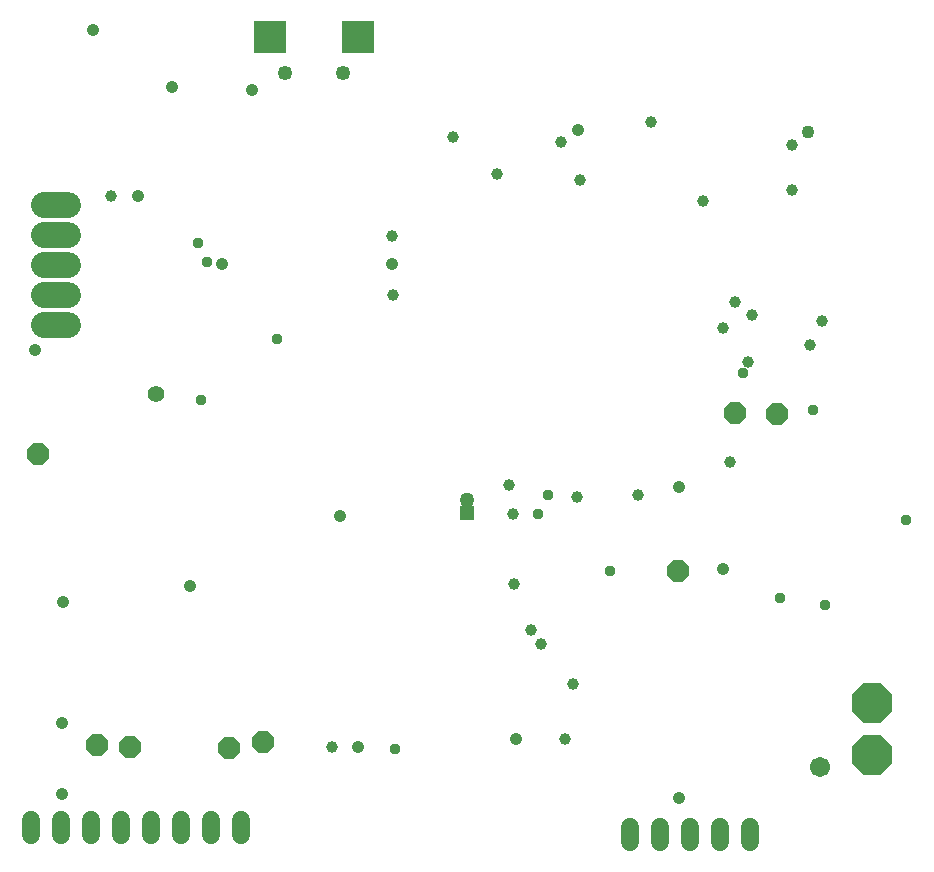
<source format=gbr>
G04 EAGLE Gerber RS-274X export*
G75*
%MOMM*%
%FSLAX34Y34*%
%LPD*%
%INSoldermask Bottom*%
%IPPOS*%
%AMOC8*
5,1,8,0,0,1.08239X$1,22.5*%
G01*
%ADD10P,3.656530X8X22.500000*%
%ADD11C,1.524000*%
%ADD12R,2.743200X2.743200*%
%ADD13C,1.253200*%
%ADD14R,1.261200X1.261200*%
%ADD15C,1.261200*%
%ADD16C,2.184400*%
%ADD17P,1.951982X8X22.500000*%
%ADD18C,0.959600*%
%ADD19C,0.983200*%
%ADD20C,1.389600*%
%ADD21C,1.059600*%
%ADD22C,1.703200*%
%ADD23C,1.089600*%


D10*
X745126Y411275D03*
X744782Y366978D03*
D11*
X641086Y306304D02*
X641086Y293096D01*
X615686Y293096D02*
X615686Y306304D01*
X590286Y306304D02*
X590286Y293096D01*
X564886Y293096D02*
X564886Y306304D01*
X539486Y306304D02*
X539486Y293096D01*
D12*
X309465Y975001D03*
X234965Y975001D03*
D13*
X296465Y944701D03*
X247965Y944701D03*
D14*
X401577Y571650D03*
D15*
X401577Y582650D03*
D11*
X32900Y312004D02*
X32900Y298796D01*
X58300Y298796D02*
X58300Y312004D01*
X83700Y312004D02*
X83700Y298796D01*
X109100Y298796D02*
X109100Y312004D01*
X134500Y312004D02*
X134500Y298796D01*
X159900Y298796D02*
X159900Y312004D01*
X185300Y312004D02*
X185300Y298796D01*
X210700Y298796D02*
X210700Y312004D01*
D16*
X63758Y730956D02*
X43946Y730956D01*
X43946Y756356D02*
X63758Y756356D01*
X63758Y781756D02*
X43946Y781756D01*
X43946Y807156D02*
X63758Y807156D01*
X63758Y832556D02*
X43946Y832556D01*
D17*
X38900Y621900D03*
X580828Y523029D03*
X229537Y378147D03*
X88900Y375500D03*
X200315Y372773D03*
X116713Y373913D03*
X664040Y655686D03*
X628931Y656322D03*
D18*
X470302Y587246D03*
D19*
X441503Y511861D03*
D18*
X462274Y570628D03*
D19*
X441173Y570763D03*
X287376Y373939D03*
X485115Y380162D03*
D20*
X138862Y672668D03*
D18*
X173812Y800049D03*
X176301Y667799D03*
D19*
X338561Y806286D03*
X427634Y858749D03*
X497738Y853516D03*
X601447Y836041D03*
X618896Y728853D03*
X495351Y585673D03*
X339471Y756056D03*
X437011Y595349D03*
X546303Y586892D03*
X624611Y614680D03*
X455676Y472669D03*
X628806Y750116D03*
X464414Y461010D03*
X642723Y739091D03*
D18*
X704748Y494254D03*
D19*
X639445Y699999D03*
D18*
X666620Y499504D03*
X635893Y690693D03*
D19*
X390000Y890000D03*
X481101Y886358D03*
X558013Y903300D03*
X677266Y883310D03*
X677088Y844931D03*
X692551Y714465D03*
D18*
X522724Y522935D03*
X695164Y659428D03*
X341177Y371916D03*
X773735Y565607D03*
X181864Y784200D03*
X241109Y718891D03*
D21*
X84988Y980999D03*
X152019Y932307D03*
X219710Y929589D03*
X194513Y783057D03*
X338353Y782574D03*
X123038Y840435D03*
X167386Y509880D03*
X59868Y496316D03*
X59157Y394335D03*
X58826Y334137D03*
X309506Y373974D03*
X443597Y380730D03*
D22*
X700481Y356870D03*
D21*
X581279Y330600D03*
X294183Y569697D03*
X36322Y709574D03*
X495859Y896188D03*
D23*
X690372Y894588D03*
D19*
X702285Y734746D03*
D21*
X618592Y524637D03*
X581355Y593852D03*
D19*
X491312Y427279D03*
X100000Y840000D03*
M02*

</source>
